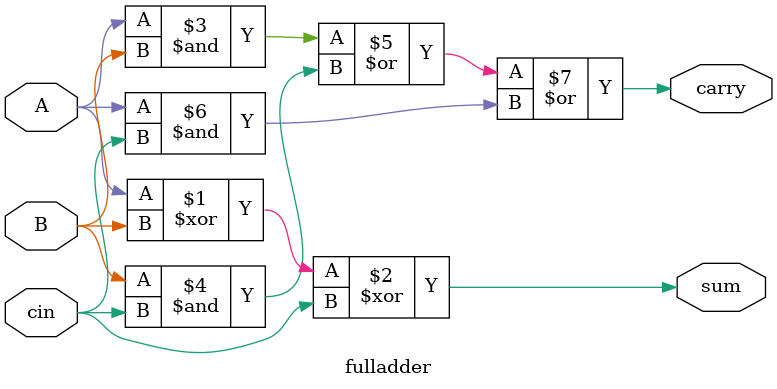
<source format=v>
`timescale 1ns / 1ps


module VEDIC_MULTIPLIER_8_BIT(output [15:0] out,input [7:0] in1,in2);
  wire[7:0] w1,w2,w3,w4,s1,s2;
  wire c1,c2,c3;
  wire [7:0] W1,W2;
   
 VM4bit VM4BIT_1(w1,in1[3:0],in2[3:0]);
 VM4bit VM4BIT_2(w2,in1[3:0],in2[7:4]);
 VM4bit VM4BIT_3(w3,in1[7:4],in2[3:0]);
 VM4bit VM4BIT_4(w4,in1[7:4],in2[7:4]);
 
  buf(s1[0],w1[4]);
  buf(s1[1],w1[5]);
  buf(s1[2],w1[6]);
  buf(s1[3],w1[7]);
  buf(s1[4],0);
  buf(s1[5],0);
  buf(s1[6],0);
  buf(s1[7],0);
 
 
   ADDER8bit A8_1( c1,W1, w2,w3);
   ADDER8bit A8_2( c2,W2,W1,s1);
   
   or o_1(c3,c1,c2);
   
  buf(s2[0],W2[4]);
  buf(s2[1],W2[5]);
  buf(s2[2],W2[6]);
  buf(s2[3],W2[7]);
  buf(s2[4],c3);
  buf(s2[5],0);
  buf(s2[6],0);
  buf(s2[7],0);
   
   
   
   
   assign out[0] = w1[0];
   assign out[1] = w1[1];
   assign out[2] = w1[2];
   assign out[3] = w1[3];
   assign out[4] = W2[0];
   assign out[5] = W2[1];
   assign out[6] = W2[2];
   assign out[7] = W2[3];
   
   
   ADDER8bit A8_3(extra,out [15:8], w4,s2);
   
 
 endmodule


module VM4bit(output [7:0] out,input [3:0] in1,in2);
  wire[3:0] w1,w2,w3,w4,s1,s2;
  wire c1,c2,c3;
  wire [3:0] W1,W2;
   
 VM2bit VM2BIT_1(w1,in1[1:0],in2[1:0]);
 VM2bit VM2BIT_2(w2,in1[1:0],in2[3:2]);
 VM2bit VM2BIT_3(w3,in1[3:2],in2[1:0]);
 VM2bit VM2BIT_4(w4,in1[3:2],in2[3:2]);
 
  buf(s1[0],w1[2]);
  buf(s1[1],w1[3]);
  buf(s1[2],0);
  buf(s1[3],0);
 
 
   ADDER4bit A4_1( c1,W1, w2,w3);
   ADDER4bit A4_2( c2,W2,W1,s1);
   
   or o_1(c3,c1,c2);
   
  buf(s2[0],W2[2]);
  buf(s2[1],W2[3]);
  buf(s2[2],c3);
  buf(s2[3],0);
   
   
   
   
   assign out[0] = w1[0];
   assign out[1] = w1[1];
   assign out[2] = W2[0];
   assign out[3] = W2[1];
   
   ADDER4bit A4_3(extra,out [7:4], w4,s2);
   
 
 endmodule

module VM2bit(output [3:0] out, input [1:0] A,B);

wire [3:0] s;

and a1(s[0],A[0],B[0]);
and a2(s[1],A[0],B[1]);
and a3(s[2],A[1],B[0]);
and a4(s[3],A[1],B[1]);

assign out[0] = s[0];
halfadder H_1(out[1],C,s[1],s[2]);
halfadder H_2(out[2],out[3],s[3],C);

endmodule

module ADDER8bit(C,out,A,B );
output [7:0] out;
output C;



input [7:0] A,B;
  halfadder H_1(out[0],c1,A[0],B[0]);
  fulladder F_1(out[1],c2,A[1],B[1],c1);
  fulladder F_2(out[2],c3,A[2],B[2],c2);
  fulladder F_3(out[3],c4,A[3],B[3],c3);
  fulladder F_4(out[4],c5,A[4],B[4],c4);
  fulladder F_5(out[5],c6,A[5],B[5],c5);
  fulladder F_6(out[6],c7,A[6],B[6],c6);
  fulladder F_7(out[7],C,A[7],B[7],c7);
  
endmodule


module ADDER4bit(C,out,A,B );
output [3:0] out;
output C;


input [3:0] A,B;
  halfadder H_1(out[0],c1,A[0],B[0]);
  fulladder F_1(out[1],c2,A[1],B[1],c1);
  fulladder F_2(out[2],c3,A[2],B[2],c2);
  fulladder F_3(out[3],C,A[3],B[3],c3);
endmodule


module halfadder(sum, carry ,A,B);
output  sum,carry;
input A,B;

 assign sum = A^B;
 assign carry = A&B;
endmodule

module fulladder(sum, carry ,A,B, cin );
output  sum,carry;
input A,B,cin;


  assign sum  = A^B^cin;
  assign carry = A&B|B&cin|A&cin;
  
endmodule
</source>
